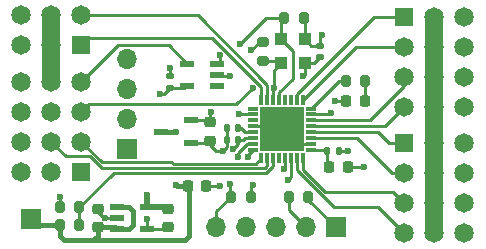
<source format=gtl>
%TF.GenerationSoftware,KiCad,Pcbnew,(6.0.9)*%
%TF.CreationDate,2023-03-12T19:50:08-06:00*%
%TF.ProjectId,CRSFtoPWM,43525346-746f-4505-974d-2e6b69636164,rev?*%
%TF.SameCoordinates,Original*%
%TF.FileFunction,Copper,L1,Top*%
%TF.FilePolarity,Positive*%
%FSLAX46Y46*%
G04 Gerber Fmt 4.6, Leading zero omitted, Abs format (unit mm)*
G04 Created by KiCad (PCBNEW (6.0.9)) date 2023-03-12 19:50:08*
%MOMM*%
%LPD*%
G01*
G04 APERTURE LIST*
G04 Aperture macros list*
%AMRoundRect*
0 Rectangle with rounded corners*
0 $1 Rounding radius*
0 $2 $3 $4 $5 $6 $7 $8 $9 X,Y pos of 4 corners*
0 Add a 4 corners polygon primitive as box body*
4,1,4,$2,$3,$4,$5,$6,$7,$8,$9,$2,$3,0*
0 Add four circle primitives for the rounded corners*
1,1,$1+$1,$2,$3*
1,1,$1+$1,$4,$5*
1,1,$1+$1,$6,$7*
1,1,$1+$1,$8,$9*
0 Add four rect primitives between the rounded corners*
20,1,$1+$1,$2,$3,$4,$5,0*
20,1,$1+$1,$4,$5,$6,$7,0*
20,1,$1+$1,$6,$7,$8,$9,0*
20,1,$1+$1,$8,$9,$2,$3,0*%
G04 Aperture macros list end*
%TA.AperFunction,SMDPad,CuDef*%
%ADD10RoundRect,0.200000X-0.200000X-0.275000X0.200000X-0.275000X0.200000X0.275000X-0.200000X0.275000X0*%
%TD*%
%TA.AperFunction,ComponentPad*%
%ADD11R,1.700000X1.700000*%
%TD*%
%TA.AperFunction,SMDPad,CuDef*%
%ADD12RoundRect,0.200000X0.200000X0.275000X-0.200000X0.275000X-0.200000X-0.275000X0.200000X-0.275000X0*%
%TD*%
%TA.AperFunction,SMDPad,CuDef*%
%ADD13RoundRect,0.218750X-0.218750X-0.256250X0.218750X-0.256250X0.218750X0.256250X-0.218750X0.256250X0*%
%TD*%
%TA.AperFunction,SMDPad,CuDef*%
%ADD14R,1.000000X1.000000*%
%TD*%
%TA.AperFunction,SMDPad,CuDef*%
%ADD15R,1.200000X0.600000*%
%TD*%
%TA.AperFunction,SMDPad,CuDef*%
%ADD16RoundRect,0.140000X-0.140000X-0.170000X0.140000X-0.170000X0.140000X0.170000X-0.140000X0.170000X0*%
%TD*%
%TA.AperFunction,SMDPad,CuDef*%
%ADD17RoundRect,0.225000X-0.225000X-0.250000X0.225000X-0.250000X0.225000X0.250000X-0.225000X0.250000X0*%
%TD*%
%TA.AperFunction,ComponentPad*%
%ADD18R,1.650000X1.650000*%
%TD*%
%TA.AperFunction,ComponentPad*%
%ADD19C,1.650000*%
%TD*%
%TA.AperFunction,SMDPad,CuDef*%
%ADD20RoundRect,0.225000X0.250000X-0.225000X0.250000X0.225000X-0.250000X0.225000X-0.250000X-0.225000X0*%
%TD*%
%TA.AperFunction,ComponentPad*%
%ADD21O,1.700000X1.700000*%
%TD*%
%TA.AperFunction,SMDPad,CuDef*%
%ADD22RoundRect,0.140000X0.170000X-0.140000X0.170000X0.140000X-0.170000X0.140000X-0.170000X-0.140000X0*%
%TD*%
%TA.AperFunction,SMDPad,CuDef*%
%ADD23RoundRect,0.225000X-0.250000X0.225000X-0.250000X-0.225000X0.250000X-0.225000X0.250000X0.225000X0*%
%TD*%
%TA.AperFunction,SMDPad,CuDef*%
%ADD24RoundRect,0.200000X-0.275000X0.200000X-0.275000X-0.200000X0.275000X-0.200000X0.275000X0.200000X0*%
%TD*%
%TA.AperFunction,SMDPad,CuDef*%
%ADD25RoundRect,0.140000X0.140000X0.170000X-0.140000X0.170000X-0.140000X-0.170000X0.140000X-0.170000X0*%
%TD*%
%TA.AperFunction,SMDPad,CuDef*%
%ADD26R,0.300000X0.850000*%
%TD*%
%TA.AperFunction,SMDPad,CuDef*%
%ADD27R,0.850000X0.300000*%
%TD*%
%TA.AperFunction,SMDPad,CuDef*%
%ADD28R,3.700000X3.700000*%
%TD*%
%TA.AperFunction,SMDPad,CuDef*%
%ADD29RoundRect,0.140000X-0.170000X0.140000X-0.170000X-0.140000X0.170000X-0.140000X0.170000X0.140000X0*%
%TD*%
%TA.AperFunction,SMDPad,CuDef*%
%ADD30R,1.150000X0.600000*%
%TD*%
%TA.AperFunction,ViaPad*%
%ADD31C,0.600000*%
%TD*%
%TA.AperFunction,Conductor*%
%ADD32C,0.250000*%
%TD*%
%TA.AperFunction,Conductor*%
%ADD33C,0.400000*%
%TD*%
%TA.AperFunction,Conductor*%
%ADD34C,0.500000*%
%TD*%
%TA.AperFunction,Conductor*%
%ADD35C,1.500000*%
%TD*%
G04 APERTURE END LIST*
D10*
X145375000Y-113600000D03*
X147025000Y-113600000D03*
D11*
X142900000Y-113100000D03*
D12*
X166425000Y-111200000D03*
X164775000Y-111200000D03*
D13*
X168212500Y-108700000D03*
X169787500Y-108700000D03*
D14*
X166100000Y-97900000D03*
X164100000Y-97900000D03*
X164100000Y-99900000D03*
X166100000Y-99900000D03*
D15*
X156450000Y-106650000D03*
X156450000Y-104750000D03*
X153950000Y-105700000D03*
D16*
X168020000Y-107300000D03*
X168980000Y-107300000D03*
D17*
X156225000Y-110300000D03*
X157775000Y-110300000D03*
D18*
X174560000Y-106690000D03*
D19*
X177100000Y-106690000D03*
X179640000Y-106690000D03*
X174560000Y-109230000D03*
X177100000Y-109230000D03*
X179640000Y-109230000D03*
X174560000Y-111770000D03*
X177100000Y-111770000D03*
X179640000Y-111770000D03*
X174560000Y-114310000D03*
X177100000Y-114310000D03*
X179640000Y-114310000D03*
D20*
X148600000Y-113775000D03*
X148600000Y-112225000D03*
D11*
X168775000Y-113800000D03*
D21*
X166235000Y-113800000D03*
X163695000Y-113800000D03*
X161155000Y-113800000D03*
X158615000Y-113800000D03*
D12*
X161525000Y-111200000D03*
X159875000Y-111200000D03*
D22*
X154700000Y-101980000D03*
X154700000Y-101020000D03*
D23*
X154500000Y-112225000D03*
X154500000Y-113775000D03*
D24*
X162600000Y-98075000D03*
X162600000Y-99725000D03*
D18*
X147200000Y-98400000D03*
D19*
X144660000Y-98400000D03*
X142120000Y-98400000D03*
X147200000Y-95860000D03*
X144660000Y-95860000D03*
X142120000Y-95860000D03*
D25*
X160480000Y-106400000D03*
X159520000Y-106400000D03*
D15*
X158650000Y-101850000D03*
X158650000Y-100900000D03*
X158650000Y-99950000D03*
X156150000Y-99950000D03*
X156150000Y-101850000D03*
D11*
X151100000Y-107200000D03*
D21*
X151100000Y-104660000D03*
X151100000Y-102120000D03*
X151100000Y-99580000D03*
D10*
X169575000Y-101400000D03*
X171225000Y-101400000D03*
D26*
X162450000Y-107950000D03*
X162950000Y-107950000D03*
X163450000Y-107950000D03*
X163950000Y-107950000D03*
X164450000Y-107950000D03*
X164950000Y-107950000D03*
X165450000Y-107950000D03*
X165950000Y-107950000D03*
D27*
X166650000Y-107250000D03*
X166650000Y-106750000D03*
X166650000Y-106250000D03*
X166650000Y-105750000D03*
X166650000Y-105250000D03*
X166650000Y-104750000D03*
X166650000Y-104250000D03*
X166650000Y-103750000D03*
D26*
X165950000Y-103050000D03*
X165450000Y-103050000D03*
X164950000Y-103050000D03*
X164450000Y-103050000D03*
X163950000Y-103050000D03*
X163450000Y-103050000D03*
X162950000Y-103050000D03*
X162450000Y-103050000D03*
D27*
X161750000Y-103750000D03*
X161750000Y-104250000D03*
X161750000Y-104750000D03*
X161750000Y-105250000D03*
X161750000Y-105750000D03*
X161750000Y-106250000D03*
X161750000Y-106750000D03*
X161750000Y-107250000D03*
D28*
X164200000Y-105500000D03*
D12*
X166025000Y-96100000D03*
X164375000Y-96100000D03*
D23*
X158100000Y-104925000D03*
X158100000Y-106475000D03*
D29*
X167400000Y-98420000D03*
X167400000Y-99380000D03*
D18*
X147200000Y-109100000D03*
D19*
X144660000Y-109100000D03*
X142120000Y-109100000D03*
X147200000Y-106560000D03*
X144660000Y-106560000D03*
X142120000Y-106560000D03*
X147200000Y-104020000D03*
X144660000Y-104020000D03*
X142120000Y-104020000D03*
X147200000Y-101480000D03*
X144660000Y-101480000D03*
X142120000Y-101480000D03*
D25*
X160480000Y-105400000D03*
X159520000Y-105400000D03*
D30*
X150200000Y-112050000D03*
X150200000Y-113000000D03*
X150200000Y-113950000D03*
X152800000Y-113950000D03*
X152800000Y-112050000D03*
D18*
X174560000Y-96020000D03*
D19*
X177100000Y-96020000D03*
X179640000Y-96020000D03*
X174560000Y-98560000D03*
X177100000Y-98560000D03*
X179640000Y-98560000D03*
X174560000Y-101100000D03*
X177100000Y-101100000D03*
X179640000Y-101100000D03*
X174560000Y-103640000D03*
X177100000Y-103640000D03*
X179640000Y-103640000D03*
D12*
X147025000Y-112100000D03*
X145375000Y-112100000D03*
D13*
X169632500Y-103100000D03*
X171207500Y-103100000D03*
D31*
X158200000Y-104000000D03*
X161600000Y-98800000D03*
X160059472Y-107174989D03*
X167600000Y-97500000D03*
X153900000Y-102475498D03*
X171100000Y-108700000D03*
X161700000Y-110200000D03*
X155200000Y-110200000D03*
X155200000Y-105700000D03*
X152800000Y-111100000D03*
X164700000Y-109800000D03*
X164400000Y-108900000D03*
X161300000Y-107875500D03*
X159800000Y-101000000D03*
X168300000Y-104100000D03*
X152800000Y-113100000D03*
X168700000Y-103100000D03*
X169800000Y-107300000D03*
X165500000Y-106600000D03*
X154700000Y-100300000D03*
X158900000Y-110300000D03*
X163000000Y-106600000D03*
X165500000Y-104200000D03*
X158900000Y-99200000D03*
X149200000Y-113000000D03*
X163020878Y-104179122D03*
X159200000Y-107300000D03*
X145375000Y-111225000D03*
X166000000Y-101000000D03*
X160600000Y-98300000D03*
X163474500Y-102047080D03*
X161700000Y-102000000D03*
X160550000Y-104250000D03*
X160450978Y-107875500D03*
X159800000Y-110100000D03*
D32*
X167400000Y-97700000D02*
X167600000Y-97500000D01*
X161050000Y-106250000D02*
X161750000Y-106250000D01*
X166100000Y-97900000D02*
X166100000Y-96175000D01*
X160900000Y-106400000D02*
X161050000Y-106250000D01*
X160480000Y-106400000D02*
X160480000Y-106754461D01*
X167400000Y-98420000D02*
X167400000Y-97700000D01*
X169787500Y-108700000D02*
X171100000Y-108700000D01*
X154204502Y-102475498D02*
X153900000Y-102475498D01*
X162325000Y-98075000D02*
X161600000Y-98800000D01*
X158100000Y-104925000D02*
X158100000Y-104100000D01*
X167400000Y-98420000D02*
X166620000Y-98420000D01*
X161525000Y-110375000D02*
X161700000Y-110200000D01*
X164775000Y-112340000D02*
X166235000Y-113800000D01*
X160480000Y-106400000D02*
X160900000Y-106400000D01*
X164775000Y-111200000D02*
X164775000Y-112340000D01*
X156450000Y-104750000D02*
X157925000Y-104750000D01*
X154700000Y-101980000D02*
X154204502Y-102475498D01*
X161525000Y-111200000D02*
X161525000Y-110375000D01*
X154700000Y-101980000D02*
X156020000Y-101980000D01*
X160480000Y-106754461D02*
X160059472Y-107174989D01*
X158100000Y-104100000D02*
X158200000Y-104000000D01*
X166620000Y-98420000D02*
X166100000Y-97900000D01*
X166650000Y-107250000D02*
X167970000Y-107250000D01*
X168020000Y-107300000D02*
X168020000Y-108507500D01*
D33*
X145375000Y-114575000D02*
X145700000Y-114900000D01*
X156225000Y-110300000D02*
X155300000Y-110300000D01*
X151600000Y-112400000D02*
X151250000Y-112050000D01*
X145375000Y-113600000D02*
X143400000Y-113600000D01*
X156350000Y-114550000D02*
X156350000Y-110425000D01*
X145375000Y-114575000D02*
X145375000Y-113600000D01*
X148200000Y-114900000D02*
X156000000Y-114900000D01*
X155200000Y-105700000D02*
X153950000Y-105700000D01*
X151250000Y-112050000D02*
X150200000Y-112050000D01*
X148200000Y-114900000D02*
X148600000Y-114500000D01*
X151250000Y-113950000D02*
X151600000Y-113600000D01*
X156000000Y-114900000D02*
X156350000Y-114550000D01*
X150025000Y-113775000D02*
X150200000Y-113950000D01*
X151600000Y-113600000D02*
X151600000Y-112400000D01*
X150200000Y-113950000D02*
X151250000Y-113950000D01*
X148600000Y-114500000D02*
X148600000Y-113775000D01*
X145700000Y-114900000D02*
X148200000Y-114900000D01*
X148600000Y-113775000D02*
X150025000Y-113775000D01*
X155300000Y-110300000D02*
X155200000Y-110200000D01*
D32*
X160480000Y-105400000D02*
X160700000Y-105400000D01*
X161050000Y-105750000D02*
X161750000Y-105750000D01*
X160700000Y-105400000D02*
X161050000Y-105750000D01*
D34*
X152800000Y-112050000D02*
X152800000Y-111100000D01*
X152800000Y-112050000D02*
X154325000Y-112050000D01*
D32*
X171225000Y-101400000D02*
X171225000Y-103082500D01*
X164950000Y-107950000D02*
X164950000Y-109550000D01*
X164950000Y-109550000D02*
X164700000Y-109800000D01*
X164450000Y-107950000D02*
X164450000Y-108850000D01*
X164450000Y-108850000D02*
X164400000Y-108900000D01*
X161750000Y-107250000D02*
X161300000Y-107700000D01*
X161300000Y-107700000D02*
X161300000Y-107875500D01*
X168600000Y-112100000D02*
X172350000Y-112100000D01*
X165450000Y-108950000D02*
X168600000Y-112100000D01*
X165450000Y-107950000D02*
X165450000Y-108950000D01*
X172350000Y-112100000D02*
X174560000Y-114310000D01*
X165950000Y-107950000D02*
X165950000Y-108950000D01*
X167800000Y-110800000D02*
X173590000Y-110800000D01*
X165950000Y-108950000D02*
X167800000Y-110800000D01*
X173590000Y-110800000D02*
X174560000Y-111770000D01*
X170550000Y-106250000D02*
X173530000Y-109230000D01*
X173530000Y-109230000D02*
X174560000Y-109230000D01*
X166650000Y-106250000D02*
X170550000Y-106250000D01*
X173290000Y-106690000D02*
X174560000Y-106690000D01*
X172350000Y-105750000D02*
X173290000Y-106690000D01*
X166650000Y-105750000D02*
X172350000Y-105750000D01*
X166650000Y-105250000D02*
X172950000Y-105250000D01*
X172950000Y-105250000D02*
X174560000Y-103640000D01*
X174560000Y-101842557D02*
X174560000Y-101100000D01*
X171652557Y-104750000D02*
X174560000Y-101842557D01*
X166650000Y-104750000D02*
X171652557Y-104750000D01*
X162875000Y-109200000D02*
X163450000Y-108625000D01*
X147025000Y-113600000D02*
X147025000Y-112100000D01*
X147025000Y-112100000D02*
X149925000Y-109200000D01*
X149925000Y-109200000D02*
X162875000Y-109200000D01*
X163450000Y-108625000D02*
X163450000Y-107950000D01*
X170440000Y-98560000D02*
X174560000Y-98560000D01*
X165950000Y-103050000D02*
X170440000Y-98560000D01*
X168500000Y-99500000D02*
X171980000Y-96020000D01*
X171980000Y-96020000D02*
X174560000Y-96020000D01*
X168475000Y-99500000D02*
X168500000Y-99500000D01*
X165450000Y-103050000D02*
X165450000Y-102525000D01*
X165450000Y-102525000D02*
X168475000Y-99500000D01*
X166650000Y-103750000D02*
X169000000Y-101400000D01*
X169000000Y-101400000D02*
X169575000Y-101400000D01*
X162950000Y-101750000D02*
X157060000Y-95860000D01*
X157060000Y-95860000D02*
X147200000Y-95860000D01*
X162950000Y-103050000D02*
X162950000Y-101750000D01*
X158300000Y-97800000D02*
X147800000Y-97800000D01*
X162450000Y-103050000D02*
X162450000Y-101950000D01*
X162450000Y-101950000D02*
X158300000Y-97800000D01*
X168150000Y-104250000D02*
X168300000Y-104100000D01*
X166650000Y-104250000D02*
X168150000Y-104250000D01*
X159800000Y-101000000D02*
X158750000Y-101000000D01*
D35*
X144660000Y-95860000D02*
X144660000Y-101480000D01*
X177100000Y-96020000D02*
X177100000Y-114310000D01*
D32*
X149200000Y-113000000D02*
X150200000Y-113000000D01*
X158100000Y-106800000D02*
X158600000Y-107300000D01*
X168980000Y-107300000D02*
X169800000Y-107300000D01*
X157775000Y-110300000D02*
X158900000Y-110300000D01*
X158900000Y-99732916D02*
X158900000Y-99200000D01*
X159520000Y-106400000D02*
X159520000Y-105400000D01*
X159520000Y-106980000D02*
X159200000Y-107300000D01*
X165938464Y-106750000D02*
X165724500Y-106536036D01*
X145375000Y-112100000D02*
X145375000Y-111225000D01*
X152800000Y-113950000D02*
X152800000Y-113100000D01*
X152800000Y-113950000D02*
X154325000Y-113950000D01*
X168700000Y-103100000D02*
X169632500Y-103100000D01*
X159520000Y-106400000D02*
X159520000Y-106980000D01*
X166650000Y-106750000D02*
X165938464Y-106750000D01*
X156450000Y-106650000D02*
X157925000Y-106650000D01*
X161750000Y-105250000D02*
X163950000Y-105250000D01*
X166100000Y-99900000D02*
X166880000Y-99900000D01*
X166100000Y-100900000D02*
X166000000Y-101000000D01*
X158682916Y-99950000D02*
X158900000Y-99732916D01*
X166100000Y-99900000D02*
X166100000Y-100900000D01*
X158600000Y-107300000D02*
X159200000Y-107300000D01*
X166880000Y-99900000D02*
X167400000Y-99380000D01*
X149100000Y-113000000D02*
X149200000Y-113000000D01*
X154700000Y-101020000D02*
X154700000Y-100300000D01*
X148600000Y-112500000D02*
X149100000Y-113000000D01*
X150280000Y-98400000D02*
X154600000Y-98400000D01*
X147200000Y-101480000D02*
X150280000Y-98400000D01*
X154600000Y-98400000D02*
X156150000Y-99950000D01*
X162450000Y-107950000D02*
X162000000Y-108400000D01*
X148915000Y-108275000D02*
X147200000Y-106560000D01*
X154875000Y-108275000D02*
X148915000Y-108275000D01*
X155000000Y-108400000D02*
X162000000Y-108400000D01*
X155000000Y-108400000D02*
X154875000Y-108275000D01*
X148945730Y-108800000D02*
X147945730Y-107800000D01*
X145900000Y-107800000D02*
X144660000Y-106560000D01*
X147945730Y-107800000D02*
X145900000Y-107800000D01*
X162950000Y-108625000D02*
X162775000Y-108800000D01*
X162775000Y-108800000D02*
X148945730Y-108800000D01*
X162950000Y-107950000D02*
X162950000Y-108625000D01*
X164100000Y-96375000D02*
X164375000Y-96100000D01*
X163950000Y-103050000D02*
X163950000Y-102375000D01*
X165100000Y-101225000D02*
X165100000Y-98900000D01*
X160600000Y-98300000D02*
X162800000Y-96100000D01*
X162800000Y-96100000D02*
X164375000Y-96100000D01*
X164100000Y-97900000D02*
X164100000Y-96375000D01*
X163950000Y-102375000D02*
X165100000Y-101225000D01*
X165100000Y-98900000D02*
X164100000Y-97900000D01*
X163474500Y-102047080D02*
X163474500Y-100525500D01*
X162600000Y-99725000D02*
X163925000Y-99725000D01*
X163474500Y-100525500D02*
X164100000Y-99900000D01*
X147200000Y-104020000D02*
X147820000Y-103400000D01*
X147820000Y-103400000D02*
X160300000Y-103400000D01*
X163450000Y-103050000D02*
X163450000Y-102071580D01*
X160300000Y-103400000D02*
X161700000Y-102000000D01*
X163450000Y-102071580D02*
X163474500Y-102047080D01*
X161750000Y-104250000D02*
X160550000Y-104250000D01*
X166425000Y-111200000D02*
X166425000Y-111450000D01*
X166425000Y-111450000D02*
X168775000Y-113800000D01*
X158615000Y-113800000D02*
X158615000Y-112460000D01*
X161225000Y-106750000D02*
X160450978Y-107524022D01*
X158615000Y-112460000D02*
X159875000Y-111200000D01*
X161750000Y-106750000D02*
X161225000Y-106750000D01*
X160450978Y-107524022D02*
X160450978Y-107875500D01*
X159800000Y-110100000D02*
X159800000Y-111125000D01*
M02*

</source>
